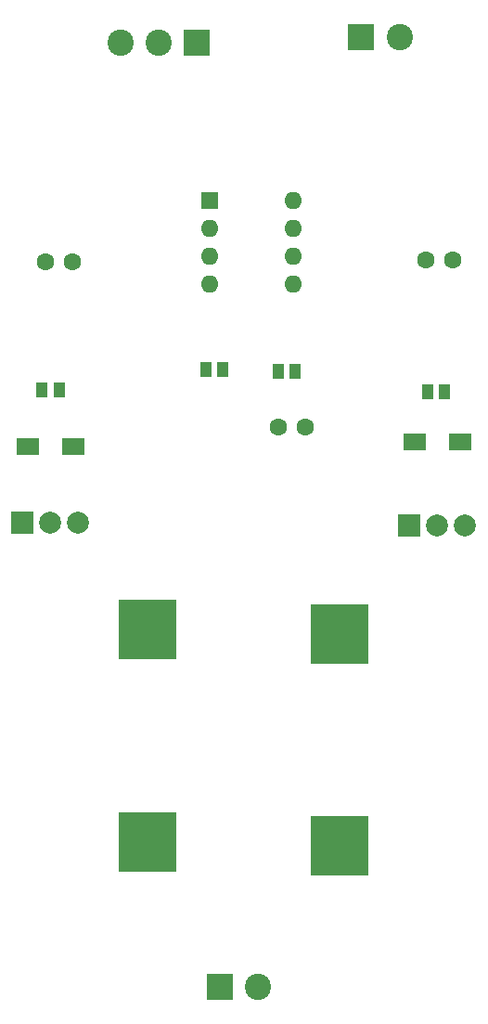
<source format=gbr>
%TF.GenerationSoftware,KiCad,Pcbnew,7.0.2-0*%
%TF.CreationDate,2024-01-04T17:04:27-05:00*%
%TF.ProjectId,AudioAmplifier,41756469-6f41-46d7-906c-69666965722e,rev?*%
%TF.SameCoordinates,Original*%
%TF.FileFunction,Soldermask,Top*%
%TF.FilePolarity,Negative*%
%FSLAX46Y46*%
G04 Gerber Fmt 4.6, Leading zero omitted, Abs format (unit mm)*
G04 Created by KiCad (PCBNEW 7.0.2-0) date 2024-01-04 17:04:27*
%MOMM*%
%LPD*%
G01*
G04 APERTURE LIST*
%ADD10R,1.600000X1.600000*%
%ADD11O,1.600000X1.600000*%
%ADD12R,5.308600X5.461000*%
%ADD13C,1.600000*%
%ADD14R,1.016000X1.397000*%
%ADD15R,2.010000X2.010000*%
%ADD16C,2.010000*%
%ADD17R,2.400000X2.400000*%
%ADD18C,2.400000*%
%ADD19R,2.100000X1.500000*%
G04 APERTURE END LIST*
D10*
%TO.C,J2*%
X151038400Y-70774400D03*
D11*
X151038400Y-73314400D03*
X151038400Y-75854400D03*
X151038400Y-78394400D03*
X158658400Y-78394400D03*
X158658400Y-75854400D03*
X158658400Y-73314400D03*
X158658400Y-70774400D03*
%TD*%
D12*
%TO.C,R9*%
X145389600Y-109905800D03*
X145389600Y-129260600D03*
%TD*%
D13*
%TO.C,C3*%
X136082400Y-76352400D03*
X138582400Y-76352400D03*
%TD*%
D14*
%TO.C,R1*%
X135788400Y-88036400D03*
X137337800Y-88036400D03*
%TD*%
D15*
%TO.C,Q3*%
X169316400Y-100380800D03*
D16*
X171856400Y-100380800D03*
X174396400Y-100380800D03*
%TD*%
D14*
%TO.C,R2*%
X170942000Y-88239600D03*
X172491400Y-88239600D03*
%TD*%
D13*
%TO.C,C2*%
X170789600Y-76200000D03*
X173289600Y-76200000D03*
%TD*%
%TO.C,C1*%
X159816800Y-91389200D03*
X157316800Y-91389200D03*
%TD*%
D12*
%TO.C,R11*%
X162966400Y-110286800D03*
X162966400Y-129641600D03*
%TD*%
D15*
%TO.C,Q1*%
X134010400Y-100177600D03*
D16*
X136550400Y-100177600D03*
X139090400Y-100177600D03*
%TD*%
D17*
%TO.C,J3*%
X164902000Y-55880000D03*
D18*
X168402000Y-55880000D03*
%TD*%
D19*
%TO.C,BR1*%
X169773600Y-92760800D03*
X173973600Y-92760800D03*
%TD*%
%TO.C,BR2*%
X134467600Y-93218000D03*
X138667600Y-93218000D03*
%TD*%
D17*
%TO.C,J1*%
X149910800Y-56337200D03*
D18*
X146410800Y-56337200D03*
X142910800Y-56337200D03*
%TD*%
D17*
%TO.C,J4*%
X151998800Y-142443200D03*
D18*
X155498800Y-142443200D03*
%TD*%
D14*
%TO.C,R3*%
X150723600Y-86207600D03*
X152273000Y-86207600D03*
%TD*%
%TO.C,R4*%
X157327600Y-86360000D03*
X158877000Y-86360000D03*
%TD*%
M02*

</source>
